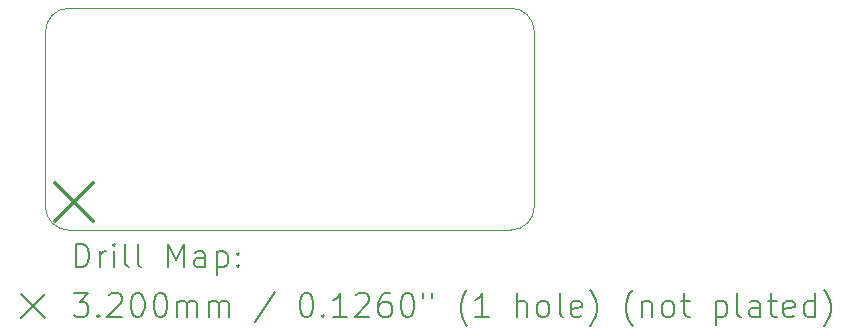
<source format=gbr>
%TF.GenerationSoftware,KiCad,Pcbnew,8.0.7*%
%TF.CreationDate,2025-01-02T14:00:55+01:00*%
%TF.ProjectId,av-to-minitel,61762d74-6f2d-46d6-996e-6974656c2e6b,v0.1*%
%TF.SameCoordinates,Original*%
%TF.FileFunction,Drillmap*%
%TF.FilePolarity,Positive*%
%FSLAX45Y45*%
G04 Gerber Fmt 4.5, Leading zero omitted, Abs format (unit mm)*
G04 Created by KiCad (PCBNEW 8.0.7) date 2025-01-02 14:00:55*
%MOMM*%
%LPD*%
G01*
G04 APERTURE LIST*
%ADD10C,0.050000*%
%ADD11C,0.200000*%
%ADD12C,0.320000*%
G04 APERTURE END LIST*
D10*
X9600000Y-7440000D02*
X13340000Y-7440000D01*
X9400000Y-9120000D02*
X9400000Y-7640000D01*
X9400000Y-7640000D02*
G75*
G02*
X9600000Y-7440000I200000J0D01*
G01*
X13340000Y-7440000D02*
G75*
G02*
X13540000Y-7640000I0J-200000D01*
G01*
X9600000Y-9320000D02*
G75*
G02*
X9400000Y-9120000I0J200000D01*
G01*
X13540000Y-7640000D02*
X13540000Y-9120000D01*
X13540000Y-9120000D02*
G75*
G02*
X13340000Y-9320000I-200000J0D01*
G01*
X13340000Y-9320000D02*
X9600000Y-9320000D01*
D11*
D12*
X9480000Y-8920000D02*
X9800000Y-9240000D01*
X9800000Y-8920000D02*
X9480000Y-9240000D01*
D11*
X9658277Y-9633984D02*
X9658277Y-9433984D01*
X9658277Y-9433984D02*
X9705896Y-9433984D01*
X9705896Y-9433984D02*
X9734467Y-9443508D01*
X9734467Y-9443508D02*
X9753515Y-9462555D01*
X9753515Y-9462555D02*
X9763039Y-9481603D01*
X9763039Y-9481603D02*
X9772563Y-9519698D01*
X9772563Y-9519698D02*
X9772563Y-9548270D01*
X9772563Y-9548270D02*
X9763039Y-9586365D01*
X9763039Y-9586365D02*
X9753515Y-9605412D01*
X9753515Y-9605412D02*
X9734467Y-9624460D01*
X9734467Y-9624460D02*
X9705896Y-9633984D01*
X9705896Y-9633984D02*
X9658277Y-9633984D01*
X9858277Y-9633984D02*
X9858277Y-9500650D01*
X9858277Y-9538746D02*
X9867801Y-9519698D01*
X9867801Y-9519698D02*
X9877324Y-9510174D01*
X9877324Y-9510174D02*
X9896372Y-9500650D01*
X9896372Y-9500650D02*
X9915420Y-9500650D01*
X9982086Y-9633984D02*
X9982086Y-9500650D01*
X9982086Y-9433984D02*
X9972563Y-9443508D01*
X9972563Y-9443508D02*
X9982086Y-9453031D01*
X9982086Y-9453031D02*
X9991610Y-9443508D01*
X9991610Y-9443508D02*
X9982086Y-9433984D01*
X9982086Y-9433984D02*
X9982086Y-9453031D01*
X10105896Y-9633984D02*
X10086848Y-9624460D01*
X10086848Y-9624460D02*
X10077324Y-9605412D01*
X10077324Y-9605412D02*
X10077324Y-9433984D01*
X10210658Y-9633984D02*
X10191610Y-9624460D01*
X10191610Y-9624460D02*
X10182086Y-9605412D01*
X10182086Y-9605412D02*
X10182086Y-9433984D01*
X10439229Y-9633984D02*
X10439229Y-9433984D01*
X10439229Y-9433984D02*
X10505896Y-9576841D01*
X10505896Y-9576841D02*
X10572563Y-9433984D01*
X10572563Y-9433984D02*
X10572563Y-9633984D01*
X10753515Y-9633984D02*
X10753515Y-9529222D01*
X10753515Y-9529222D02*
X10743991Y-9510174D01*
X10743991Y-9510174D02*
X10724944Y-9500650D01*
X10724944Y-9500650D02*
X10686848Y-9500650D01*
X10686848Y-9500650D02*
X10667801Y-9510174D01*
X10753515Y-9624460D02*
X10734467Y-9633984D01*
X10734467Y-9633984D02*
X10686848Y-9633984D01*
X10686848Y-9633984D02*
X10667801Y-9624460D01*
X10667801Y-9624460D02*
X10658277Y-9605412D01*
X10658277Y-9605412D02*
X10658277Y-9586365D01*
X10658277Y-9586365D02*
X10667801Y-9567317D01*
X10667801Y-9567317D02*
X10686848Y-9557793D01*
X10686848Y-9557793D02*
X10734467Y-9557793D01*
X10734467Y-9557793D02*
X10753515Y-9548270D01*
X10848753Y-9500650D02*
X10848753Y-9700650D01*
X10848753Y-9510174D02*
X10867801Y-9500650D01*
X10867801Y-9500650D02*
X10905896Y-9500650D01*
X10905896Y-9500650D02*
X10924944Y-9510174D01*
X10924944Y-9510174D02*
X10934467Y-9519698D01*
X10934467Y-9519698D02*
X10943991Y-9538746D01*
X10943991Y-9538746D02*
X10943991Y-9595889D01*
X10943991Y-9595889D02*
X10934467Y-9614936D01*
X10934467Y-9614936D02*
X10924944Y-9624460D01*
X10924944Y-9624460D02*
X10905896Y-9633984D01*
X10905896Y-9633984D02*
X10867801Y-9633984D01*
X10867801Y-9633984D02*
X10848753Y-9624460D01*
X11029705Y-9614936D02*
X11039229Y-9624460D01*
X11039229Y-9624460D02*
X11029705Y-9633984D01*
X11029705Y-9633984D02*
X11020182Y-9624460D01*
X11020182Y-9624460D02*
X11029705Y-9614936D01*
X11029705Y-9614936D02*
X11029705Y-9633984D01*
X11029705Y-9510174D02*
X11039229Y-9519698D01*
X11039229Y-9519698D02*
X11029705Y-9529222D01*
X11029705Y-9529222D02*
X11020182Y-9519698D01*
X11020182Y-9519698D02*
X11029705Y-9510174D01*
X11029705Y-9510174D02*
X11029705Y-9529222D01*
X9197500Y-9862500D02*
X9397500Y-10062500D01*
X9397500Y-9862500D02*
X9197500Y-10062500D01*
X9639229Y-9853984D02*
X9763039Y-9853984D01*
X9763039Y-9853984D02*
X9696372Y-9930174D01*
X9696372Y-9930174D02*
X9724944Y-9930174D01*
X9724944Y-9930174D02*
X9743991Y-9939698D01*
X9743991Y-9939698D02*
X9753515Y-9949222D01*
X9753515Y-9949222D02*
X9763039Y-9968270D01*
X9763039Y-9968270D02*
X9763039Y-10015889D01*
X9763039Y-10015889D02*
X9753515Y-10034936D01*
X9753515Y-10034936D02*
X9743991Y-10044460D01*
X9743991Y-10044460D02*
X9724944Y-10053984D01*
X9724944Y-10053984D02*
X9667801Y-10053984D01*
X9667801Y-10053984D02*
X9648753Y-10044460D01*
X9648753Y-10044460D02*
X9639229Y-10034936D01*
X9848753Y-10034936D02*
X9858277Y-10044460D01*
X9858277Y-10044460D02*
X9848753Y-10053984D01*
X9848753Y-10053984D02*
X9839229Y-10044460D01*
X9839229Y-10044460D02*
X9848753Y-10034936D01*
X9848753Y-10034936D02*
X9848753Y-10053984D01*
X9934467Y-9873031D02*
X9943991Y-9863508D01*
X9943991Y-9863508D02*
X9963039Y-9853984D01*
X9963039Y-9853984D02*
X10010658Y-9853984D01*
X10010658Y-9853984D02*
X10029705Y-9863508D01*
X10029705Y-9863508D02*
X10039229Y-9873031D01*
X10039229Y-9873031D02*
X10048753Y-9892079D01*
X10048753Y-9892079D02*
X10048753Y-9911127D01*
X10048753Y-9911127D02*
X10039229Y-9939698D01*
X10039229Y-9939698D02*
X9924944Y-10053984D01*
X9924944Y-10053984D02*
X10048753Y-10053984D01*
X10172563Y-9853984D02*
X10191610Y-9853984D01*
X10191610Y-9853984D02*
X10210658Y-9863508D01*
X10210658Y-9863508D02*
X10220182Y-9873031D01*
X10220182Y-9873031D02*
X10229705Y-9892079D01*
X10229705Y-9892079D02*
X10239229Y-9930174D01*
X10239229Y-9930174D02*
X10239229Y-9977793D01*
X10239229Y-9977793D02*
X10229705Y-10015889D01*
X10229705Y-10015889D02*
X10220182Y-10034936D01*
X10220182Y-10034936D02*
X10210658Y-10044460D01*
X10210658Y-10044460D02*
X10191610Y-10053984D01*
X10191610Y-10053984D02*
X10172563Y-10053984D01*
X10172563Y-10053984D02*
X10153515Y-10044460D01*
X10153515Y-10044460D02*
X10143991Y-10034936D01*
X10143991Y-10034936D02*
X10134467Y-10015889D01*
X10134467Y-10015889D02*
X10124944Y-9977793D01*
X10124944Y-9977793D02*
X10124944Y-9930174D01*
X10124944Y-9930174D02*
X10134467Y-9892079D01*
X10134467Y-9892079D02*
X10143991Y-9873031D01*
X10143991Y-9873031D02*
X10153515Y-9863508D01*
X10153515Y-9863508D02*
X10172563Y-9853984D01*
X10363039Y-9853984D02*
X10382086Y-9853984D01*
X10382086Y-9853984D02*
X10401134Y-9863508D01*
X10401134Y-9863508D02*
X10410658Y-9873031D01*
X10410658Y-9873031D02*
X10420182Y-9892079D01*
X10420182Y-9892079D02*
X10429705Y-9930174D01*
X10429705Y-9930174D02*
X10429705Y-9977793D01*
X10429705Y-9977793D02*
X10420182Y-10015889D01*
X10420182Y-10015889D02*
X10410658Y-10034936D01*
X10410658Y-10034936D02*
X10401134Y-10044460D01*
X10401134Y-10044460D02*
X10382086Y-10053984D01*
X10382086Y-10053984D02*
X10363039Y-10053984D01*
X10363039Y-10053984D02*
X10343991Y-10044460D01*
X10343991Y-10044460D02*
X10334467Y-10034936D01*
X10334467Y-10034936D02*
X10324944Y-10015889D01*
X10324944Y-10015889D02*
X10315420Y-9977793D01*
X10315420Y-9977793D02*
X10315420Y-9930174D01*
X10315420Y-9930174D02*
X10324944Y-9892079D01*
X10324944Y-9892079D02*
X10334467Y-9873031D01*
X10334467Y-9873031D02*
X10343991Y-9863508D01*
X10343991Y-9863508D02*
X10363039Y-9853984D01*
X10515420Y-10053984D02*
X10515420Y-9920650D01*
X10515420Y-9939698D02*
X10524944Y-9930174D01*
X10524944Y-9930174D02*
X10543991Y-9920650D01*
X10543991Y-9920650D02*
X10572563Y-9920650D01*
X10572563Y-9920650D02*
X10591610Y-9930174D01*
X10591610Y-9930174D02*
X10601134Y-9949222D01*
X10601134Y-9949222D02*
X10601134Y-10053984D01*
X10601134Y-9949222D02*
X10610658Y-9930174D01*
X10610658Y-9930174D02*
X10629705Y-9920650D01*
X10629705Y-9920650D02*
X10658277Y-9920650D01*
X10658277Y-9920650D02*
X10677325Y-9930174D01*
X10677325Y-9930174D02*
X10686848Y-9949222D01*
X10686848Y-9949222D02*
X10686848Y-10053984D01*
X10782086Y-10053984D02*
X10782086Y-9920650D01*
X10782086Y-9939698D02*
X10791610Y-9930174D01*
X10791610Y-9930174D02*
X10810658Y-9920650D01*
X10810658Y-9920650D02*
X10839229Y-9920650D01*
X10839229Y-9920650D02*
X10858277Y-9930174D01*
X10858277Y-9930174D02*
X10867801Y-9949222D01*
X10867801Y-9949222D02*
X10867801Y-10053984D01*
X10867801Y-9949222D02*
X10877325Y-9930174D01*
X10877325Y-9930174D02*
X10896372Y-9920650D01*
X10896372Y-9920650D02*
X10924944Y-9920650D01*
X10924944Y-9920650D02*
X10943991Y-9930174D01*
X10943991Y-9930174D02*
X10953515Y-9949222D01*
X10953515Y-9949222D02*
X10953515Y-10053984D01*
X11343991Y-9844460D02*
X11172563Y-10101603D01*
X11601134Y-9853984D02*
X11620182Y-9853984D01*
X11620182Y-9853984D02*
X11639229Y-9863508D01*
X11639229Y-9863508D02*
X11648753Y-9873031D01*
X11648753Y-9873031D02*
X11658277Y-9892079D01*
X11658277Y-9892079D02*
X11667801Y-9930174D01*
X11667801Y-9930174D02*
X11667801Y-9977793D01*
X11667801Y-9977793D02*
X11658277Y-10015889D01*
X11658277Y-10015889D02*
X11648753Y-10034936D01*
X11648753Y-10034936D02*
X11639229Y-10044460D01*
X11639229Y-10044460D02*
X11620182Y-10053984D01*
X11620182Y-10053984D02*
X11601134Y-10053984D01*
X11601134Y-10053984D02*
X11582086Y-10044460D01*
X11582086Y-10044460D02*
X11572563Y-10034936D01*
X11572563Y-10034936D02*
X11563039Y-10015889D01*
X11563039Y-10015889D02*
X11553515Y-9977793D01*
X11553515Y-9977793D02*
X11553515Y-9930174D01*
X11553515Y-9930174D02*
X11563039Y-9892079D01*
X11563039Y-9892079D02*
X11572563Y-9873031D01*
X11572563Y-9873031D02*
X11582086Y-9863508D01*
X11582086Y-9863508D02*
X11601134Y-9853984D01*
X11753515Y-10034936D02*
X11763039Y-10044460D01*
X11763039Y-10044460D02*
X11753515Y-10053984D01*
X11753515Y-10053984D02*
X11743991Y-10044460D01*
X11743991Y-10044460D02*
X11753515Y-10034936D01*
X11753515Y-10034936D02*
X11753515Y-10053984D01*
X11953515Y-10053984D02*
X11839229Y-10053984D01*
X11896372Y-10053984D02*
X11896372Y-9853984D01*
X11896372Y-9853984D02*
X11877325Y-9882555D01*
X11877325Y-9882555D02*
X11858277Y-9901603D01*
X11858277Y-9901603D02*
X11839229Y-9911127D01*
X12029706Y-9873031D02*
X12039229Y-9863508D01*
X12039229Y-9863508D02*
X12058277Y-9853984D01*
X12058277Y-9853984D02*
X12105896Y-9853984D01*
X12105896Y-9853984D02*
X12124944Y-9863508D01*
X12124944Y-9863508D02*
X12134467Y-9873031D01*
X12134467Y-9873031D02*
X12143991Y-9892079D01*
X12143991Y-9892079D02*
X12143991Y-9911127D01*
X12143991Y-9911127D02*
X12134467Y-9939698D01*
X12134467Y-9939698D02*
X12020182Y-10053984D01*
X12020182Y-10053984D02*
X12143991Y-10053984D01*
X12315420Y-9853984D02*
X12277325Y-9853984D01*
X12277325Y-9853984D02*
X12258277Y-9863508D01*
X12258277Y-9863508D02*
X12248753Y-9873031D01*
X12248753Y-9873031D02*
X12229706Y-9901603D01*
X12229706Y-9901603D02*
X12220182Y-9939698D01*
X12220182Y-9939698D02*
X12220182Y-10015889D01*
X12220182Y-10015889D02*
X12229706Y-10034936D01*
X12229706Y-10034936D02*
X12239229Y-10044460D01*
X12239229Y-10044460D02*
X12258277Y-10053984D01*
X12258277Y-10053984D02*
X12296372Y-10053984D01*
X12296372Y-10053984D02*
X12315420Y-10044460D01*
X12315420Y-10044460D02*
X12324944Y-10034936D01*
X12324944Y-10034936D02*
X12334467Y-10015889D01*
X12334467Y-10015889D02*
X12334467Y-9968270D01*
X12334467Y-9968270D02*
X12324944Y-9949222D01*
X12324944Y-9949222D02*
X12315420Y-9939698D01*
X12315420Y-9939698D02*
X12296372Y-9930174D01*
X12296372Y-9930174D02*
X12258277Y-9930174D01*
X12258277Y-9930174D02*
X12239229Y-9939698D01*
X12239229Y-9939698D02*
X12229706Y-9949222D01*
X12229706Y-9949222D02*
X12220182Y-9968270D01*
X12458277Y-9853984D02*
X12477325Y-9853984D01*
X12477325Y-9853984D02*
X12496372Y-9863508D01*
X12496372Y-9863508D02*
X12505896Y-9873031D01*
X12505896Y-9873031D02*
X12515420Y-9892079D01*
X12515420Y-9892079D02*
X12524944Y-9930174D01*
X12524944Y-9930174D02*
X12524944Y-9977793D01*
X12524944Y-9977793D02*
X12515420Y-10015889D01*
X12515420Y-10015889D02*
X12505896Y-10034936D01*
X12505896Y-10034936D02*
X12496372Y-10044460D01*
X12496372Y-10044460D02*
X12477325Y-10053984D01*
X12477325Y-10053984D02*
X12458277Y-10053984D01*
X12458277Y-10053984D02*
X12439229Y-10044460D01*
X12439229Y-10044460D02*
X12429706Y-10034936D01*
X12429706Y-10034936D02*
X12420182Y-10015889D01*
X12420182Y-10015889D02*
X12410658Y-9977793D01*
X12410658Y-9977793D02*
X12410658Y-9930174D01*
X12410658Y-9930174D02*
X12420182Y-9892079D01*
X12420182Y-9892079D02*
X12429706Y-9873031D01*
X12429706Y-9873031D02*
X12439229Y-9863508D01*
X12439229Y-9863508D02*
X12458277Y-9853984D01*
X12601134Y-9853984D02*
X12601134Y-9892079D01*
X12677325Y-9853984D02*
X12677325Y-9892079D01*
X12972563Y-10130174D02*
X12963039Y-10120650D01*
X12963039Y-10120650D02*
X12943991Y-10092079D01*
X12943991Y-10092079D02*
X12934468Y-10073031D01*
X12934468Y-10073031D02*
X12924944Y-10044460D01*
X12924944Y-10044460D02*
X12915420Y-9996841D01*
X12915420Y-9996841D02*
X12915420Y-9958746D01*
X12915420Y-9958746D02*
X12924944Y-9911127D01*
X12924944Y-9911127D02*
X12934468Y-9882555D01*
X12934468Y-9882555D02*
X12943991Y-9863508D01*
X12943991Y-9863508D02*
X12963039Y-9834936D01*
X12963039Y-9834936D02*
X12972563Y-9825412D01*
X13153515Y-10053984D02*
X13039229Y-10053984D01*
X13096372Y-10053984D02*
X13096372Y-9853984D01*
X13096372Y-9853984D02*
X13077325Y-9882555D01*
X13077325Y-9882555D02*
X13058277Y-9901603D01*
X13058277Y-9901603D02*
X13039229Y-9911127D01*
X13391610Y-10053984D02*
X13391610Y-9853984D01*
X13477325Y-10053984D02*
X13477325Y-9949222D01*
X13477325Y-9949222D02*
X13467801Y-9930174D01*
X13467801Y-9930174D02*
X13448753Y-9920650D01*
X13448753Y-9920650D02*
X13420182Y-9920650D01*
X13420182Y-9920650D02*
X13401134Y-9930174D01*
X13401134Y-9930174D02*
X13391610Y-9939698D01*
X13601134Y-10053984D02*
X13582087Y-10044460D01*
X13582087Y-10044460D02*
X13572563Y-10034936D01*
X13572563Y-10034936D02*
X13563039Y-10015889D01*
X13563039Y-10015889D02*
X13563039Y-9958746D01*
X13563039Y-9958746D02*
X13572563Y-9939698D01*
X13572563Y-9939698D02*
X13582087Y-9930174D01*
X13582087Y-9930174D02*
X13601134Y-9920650D01*
X13601134Y-9920650D02*
X13629706Y-9920650D01*
X13629706Y-9920650D02*
X13648753Y-9930174D01*
X13648753Y-9930174D02*
X13658277Y-9939698D01*
X13658277Y-9939698D02*
X13667801Y-9958746D01*
X13667801Y-9958746D02*
X13667801Y-10015889D01*
X13667801Y-10015889D02*
X13658277Y-10034936D01*
X13658277Y-10034936D02*
X13648753Y-10044460D01*
X13648753Y-10044460D02*
X13629706Y-10053984D01*
X13629706Y-10053984D02*
X13601134Y-10053984D01*
X13782087Y-10053984D02*
X13763039Y-10044460D01*
X13763039Y-10044460D02*
X13753515Y-10025412D01*
X13753515Y-10025412D02*
X13753515Y-9853984D01*
X13934468Y-10044460D02*
X13915420Y-10053984D01*
X13915420Y-10053984D02*
X13877325Y-10053984D01*
X13877325Y-10053984D02*
X13858277Y-10044460D01*
X13858277Y-10044460D02*
X13848753Y-10025412D01*
X13848753Y-10025412D02*
X13848753Y-9949222D01*
X13848753Y-9949222D02*
X13858277Y-9930174D01*
X13858277Y-9930174D02*
X13877325Y-9920650D01*
X13877325Y-9920650D02*
X13915420Y-9920650D01*
X13915420Y-9920650D02*
X13934468Y-9930174D01*
X13934468Y-9930174D02*
X13943991Y-9949222D01*
X13943991Y-9949222D02*
X13943991Y-9968270D01*
X13943991Y-9968270D02*
X13848753Y-9987317D01*
X14010658Y-10130174D02*
X14020182Y-10120650D01*
X14020182Y-10120650D02*
X14039230Y-10092079D01*
X14039230Y-10092079D02*
X14048753Y-10073031D01*
X14048753Y-10073031D02*
X14058277Y-10044460D01*
X14058277Y-10044460D02*
X14067801Y-9996841D01*
X14067801Y-9996841D02*
X14067801Y-9958746D01*
X14067801Y-9958746D02*
X14058277Y-9911127D01*
X14058277Y-9911127D02*
X14048753Y-9882555D01*
X14048753Y-9882555D02*
X14039230Y-9863508D01*
X14039230Y-9863508D02*
X14020182Y-9834936D01*
X14020182Y-9834936D02*
X14010658Y-9825412D01*
X14372563Y-10130174D02*
X14363039Y-10120650D01*
X14363039Y-10120650D02*
X14343991Y-10092079D01*
X14343991Y-10092079D02*
X14334468Y-10073031D01*
X14334468Y-10073031D02*
X14324944Y-10044460D01*
X14324944Y-10044460D02*
X14315420Y-9996841D01*
X14315420Y-9996841D02*
X14315420Y-9958746D01*
X14315420Y-9958746D02*
X14324944Y-9911127D01*
X14324944Y-9911127D02*
X14334468Y-9882555D01*
X14334468Y-9882555D02*
X14343991Y-9863508D01*
X14343991Y-9863508D02*
X14363039Y-9834936D01*
X14363039Y-9834936D02*
X14372563Y-9825412D01*
X14448753Y-9920650D02*
X14448753Y-10053984D01*
X14448753Y-9939698D02*
X14458277Y-9930174D01*
X14458277Y-9930174D02*
X14477325Y-9920650D01*
X14477325Y-9920650D02*
X14505896Y-9920650D01*
X14505896Y-9920650D02*
X14524944Y-9930174D01*
X14524944Y-9930174D02*
X14534468Y-9949222D01*
X14534468Y-9949222D02*
X14534468Y-10053984D01*
X14658277Y-10053984D02*
X14639230Y-10044460D01*
X14639230Y-10044460D02*
X14629706Y-10034936D01*
X14629706Y-10034936D02*
X14620182Y-10015889D01*
X14620182Y-10015889D02*
X14620182Y-9958746D01*
X14620182Y-9958746D02*
X14629706Y-9939698D01*
X14629706Y-9939698D02*
X14639230Y-9930174D01*
X14639230Y-9930174D02*
X14658277Y-9920650D01*
X14658277Y-9920650D02*
X14686849Y-9920650D01*
X14686849Y-9920650D02*
X14705896Y-9930174D01*
X14705896Y-9930174D02*
X14715420Y-9939698D01*
X14715420Y-9939698D02*
X14724944Y-9958746D01*
X14724944Y-9958746D02*
X14724944Y-10015889D01*
X14724944Y-10015889D02*
X14715420Y-10034936D01*
X14715420Y-10034936D02*
X14705896Y-10044460D01*
X14705896Y-10044460D02*
X14686849Y-10053984D01*
X14686849Y-10053984D02*
X14658277Y-10053984D01*
X14782087Y-9920650D02*
X14858277Y-9920650D01*
X14810658Y-9853984D02*
X14810658Y-10025412D01*
X14810658Y-10025412D02*
X14820182Y-10044460D01*
X14820182Y-10044460D02*
X14839230Y-10053984D01*
X14839230Y-10053984D02*
X14858277Y-10053984D01*
X15077325Y-9920650D02*
X15077325Y-10120650D01*
X15077325Y-9930174D02*
X15096372Y-9920650D01*
X15096372Y-9920650D02*
X15134468Y-9920650D01*
X15134468Y-9920650D02*
X15153515Y-9930174D01*
X15153515Y-9930174D02*
X15163039Y-9939698D01*
X15163039Y-9939698D02*
X15172563Y-9958746D01*
X15172563Y-9958746D02*
X15172563Y-10015889D01*
X15172563Y-10015889D02*
X15163039Y-10034936D01*
X15163039Y-10034936D02*
X15153515Y-10044460D01*
X15153515Y-10044460D02*
X15134468Y-10053984D01*
X15134468Y-10053984D02*
X15096372Y-10053984D01*
X15096372Y-10053984D02*
X15077325Y-10044460D01*
X15286849Y-10053984D02*
X15267801Y-10044460D01*
X15267801Y-10044460D02*
X15258277Y-10025412D01*
X15258277Y-10025412D02*
X15258277Y-9853984D01*
X15448753Y-10053984D02*
X15448753Y-9949222D01*
X15448753Y-9949222D02*
X15439230Y-9930174D01*
X15439230Y-9930174D02*
X15420182Y-9920650D01*
X15420182Y-9920650D02*
X15382087Y-9920650D01*
X15382087Y-9920650D02*
X15363039Y-9930174D01*
X15448753Y-10044460D02*
X15429706Y-10053984D01*
X15429706Y-10053984D02*
X15382087Y-10053984D01*
X15382087Y-10053984D02*
X15363039Y-10044460D01*
X15363039Y-10044460D02*
X15353515Y-10025412D01*
X15353515Y-10025412D02*
X15353515Y-10006365D01*
X15353515Y-10006365D02*
X15363039Y-9987317D01*
X15363039Y-9987317D02*
X15382087Y-9977793D01*
X15382087Y-9977793D02*
X15429706Y-9977793D01*
X15429706Y-9977793D02*
X15448753Y-9968270D01*
X15515420Y-9920650D02*
X15591611Y-9920650D01*
X15543992Y-9853984D02*
X15543992Y-10025412D01*
X15543992Y-10025412D02*
X15553515Y-10044460D01*
X15553515Y-10044460D02*
X15572563Y-10053984D01*
X15572563Y-10053984D02*
X15591611Y-10053984D01*
X15734468Y-10044460D02*
X15715420Y-10053984D01*
X15715420Y-10053984D02*
X15677325Y-10053984D01*
X15677325Y-10053984D02*
X15658277Y-10044460D01*
X15658277Y-10044460D02*
X15648753Y-10025412D01*
X15648753Y-10025412D02*
X15648753Y-9949222D01*
X15648753Y-9949222D02*
X15658277Y-9930174D01*
X15658277Y-9930174D02*
X15677325Y-9920650D01*
X15677325Y-9920650D02*
X15715420Y-9920650D01*
X15715420Y-9920650D02*
X15734468Y-9930174D01*
X15734468Y-9930174D02*
X15743992Y-9949222D01*
X15743992Y-9949222D02*
X15743992Y-9968270D01*
X15743992Y-9968270D02*
X15648753Y-9987317D01*
X15915420Y-10053984D02*
X15915420Y-9853984D01*
X15915420Y-10044460D02*
X15896373Y-10053984D01*
X15896373Y-10053984D02*
X15858277Y-10053984D01*
X15858277Y-10053984D02*
X15839230Y-10044460D01*
X15839230Y-10044460D02*
X15829706Y-10034936D01*
X15829706Y-10034936D02*
X15820182Y-10015889D01*
X15820182Y-10015889D02*
X15820182Y-9958746D01*
X15820182Y-9958746D02*
X15829706Y-9939698D01*
X15829706Y-9939698D02*
X15839230Y-9930174D01*
X15839230Y-9930174D02*
X15858277Y-9920650D01*
X15858277Y-9920650D02*
X15896373Y-9920650D01*
X15896373Y-9920650D02*
X15915420Y-9930174D01*
X15991611Y-10130174D02*
X16001134Y-10120650D01*
X16001134Y-10120650D02*
X16020182Y-10092079D01*
X16020182Y-10092079D02*
X16029706Y-10073031D01*
X16029706Y-10073031D02*
X16039230Y-10044460D01*
X16039230Y-10044460D02*
X16048753Y-9996841D01*
X16048753Y-9996841D02*
X16048753Y-9958746D01*
X16048753Y-9958746D02*
X16039230Y-9911127D01*
X16039230Y-9911127D02*
X16029706Y-9882555D01*
X16029706Y-9882555D02*
X16020182Y-9863508D01*
X16020182Y-9863508D02*
X16001134Y-9834936D01*
X16001134Y-9834936D02*
X15991611Y-9825412D01*
M02*

</source>
